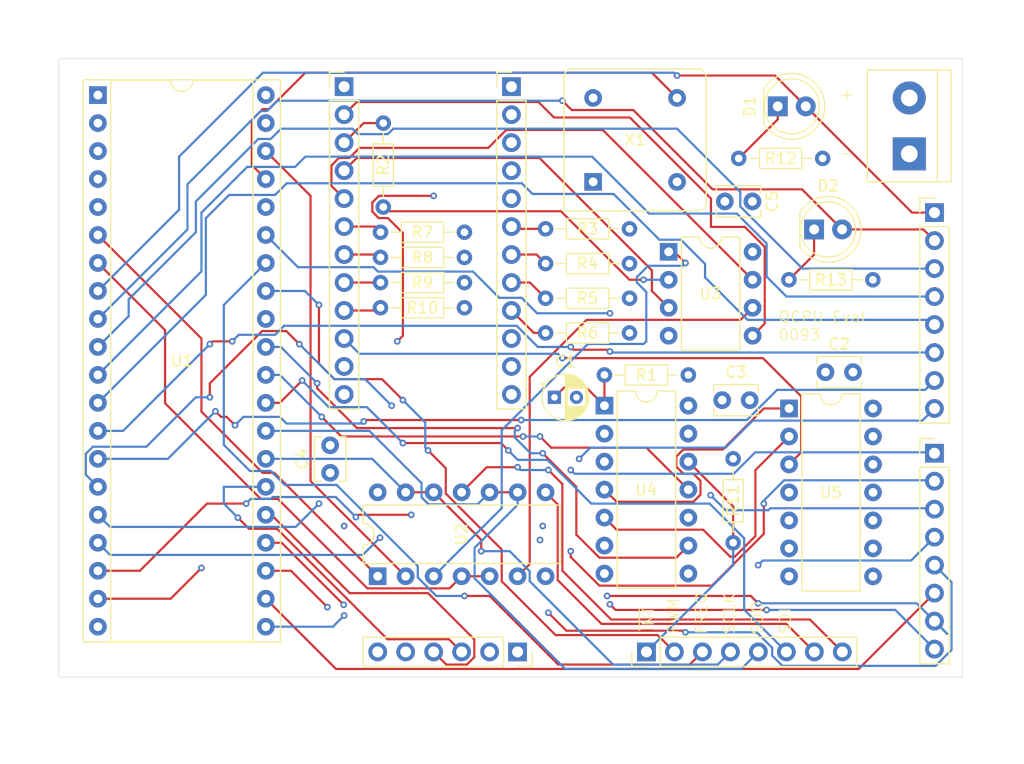
<source format=kicad_pcb>
(kicad_pcb (version 20240108) (generator "pcbnew") (generator_version "8.0")
  (layers (0 "F.Cu" signal) (1 "In1.Cu" signal) (2 "In2.Cu" signal) (31 "B.Cu" signal) (34 "B.Paste" user) (35 "F.Paste" user) (36 "B.SilkS" user "B.Silkscreen") (37 "F.SilkS" user "F.Silkscreen") (38 "B.Mask" user) (39 "F.Mask" user) (44 "Edge.Cuts" user))
  (net 0 "")
  (net 1 "GND")
  (net 2 "Net-(U4A-~{R})")
  (net 3 "+5V")
  (net 4 "+3V3")
  (net 5 "Net-(D1-K)")
  (net 6 "PA0")
  (net 7 "PA1")
  (net 8 "Net-(D2-K)")
  (net 9 "IO0")
  (net 10 "Net-(J1-Pin_6)")
  (net 11 "Net-(J1-Pin_7)")
  (net 12 "Net-(J1-Pin_8)")
  (net 13 "Net-(J1-Pin_3)")
  (net 14 "Net-(J1-Pin_9)")
  (net 15 "Net-(J1-Pin_10)")
  (net 16 "IO2")
  (net 17 "IO3")
  (net 18 "Net-(J2-Pin_2)")
  (net 19 "Net-(J2-Pin_7)")
  (net 20 "Net-(J2-Pin_8)")
  (net 21 "Net-(J2-Pin_6)")
  (net 22 "Net-(J2-Pin_4)")
  (net 23 "Net-(J2-Pin_3)")
  (net 24 "Net-(J2-Pin_9)")
  (net 25 "Net-(J2-Pin_5)")
  (net 26 "PA7")
  (net 27 "PA5")
  (net 28 "PA3")
  (net 29 "PA2")
  (net 30 "PA4")
  (net 31 "PA6")
  (net 32 "PB5")
  (net 33 "PB6")
  (net 34 "PB1")
  (net 35 "PB7")
  (net 36 "PB3")
  (net 37 "PB4")
  (net 38 "PB0")
  (net 39 "PB2")
  (net 42 "RXD")
  (net 43 "TXD")
  (net 45 "PWM")
  (net 46 "FREQ")
  (net 47 "SCLK")
  (net 48 "SDO_3v3")
  (net 49 "SCLK_3v3")
  (net 50 "~{INT}")
  (net 51 "SDO")
  (net 52 "SDI")
  (net 53 "IO1")
  (net 54 "Net-(U1-XCLK)")
  (net 55 "Net-(U1-IO9)")
  (net 57 "Net-(U1-IO10)")
  (net 58 "PAUSE")
  (net 60 "Net-(U1-IO33)")
  (net 61 "Net-(U1-IO37)")
  (net 62 "M1")
  (net 63 "Net-(U1-IO1)")
  (net 64 "Net-(U3-CLK)")
  (net 65 "Net-(U3-~{CS})")
  (net 67 "Net-(U4A-Q)")
  (footprint "Connector_PinHeader_2.54mm:PinHeader_1x08_P2.54mm_Vertical" (layer "F.Cu") (at 167.132 77.978)
    (property "Reference" "J3" (hide yes))
    (property "Value" "Conn_01x08" (hide yes))
  )
  (footprint "Connector_PinHeader_2.54mm:PinHeader_1x08_P2.54mm_Vertical" (layer "F.Cu") (at 140.985 117.856 90)
    (property "Reference" "J6" (hide yes))
    (property "Value" "Conn_01x08" (hide yes))
  )
  (footprint "Capacitor_THT:C_Disc_D3.8mm_W2.6mm_P2.50mm" (layer "F.Cu") (at 148.102 76.962)
    (property "Reference" "C5")
    (property "Value" "100nF")
  )
  (footprint "Resistor_THT:R_Axial_DIN0204_L3.6mm_D1.6mm_P7.62mm_Horizontal" (layer "F.Cu") (at 124.46 84.328 180)
    (property "Reference" "R9")
    (property "Value" "100")
  )
  (footprint "Package_DIP:DIP-8_W7.62mm" (layer "F.Cu") (at 143.002 81.534)
    (property "Reference" "U3")
    (property "Value" "W25Q32JVSS")
  )
  (footprint "Resistor_THT:R_Axial_DIN0204_L3.6mm_D1.6mm_P7.62mm_Horizontal" (layer "F.Cu") (at 153.919 84.074)
    (property "Reference" "R13")
    (property "Value" "1K")
  )
  (footprint "Resistor_THT:R_Axial_DIN0204_L3.6mm_D1.6mm_P7.62mm_Horizontal" (layer "F.Cu") (at 124.46 86.614 180)
    (property "Reference" "R10")
    (property "Value" "100")
  )
  (footprint "TerminalBlock:TerminalBlock_bornier-2_P5.08mm" (layer "F.Cu") (at 164.846 72.644 90)
    (property "Reference" "J7" (hide yes))
    (property "Value" "Screw_Terminal_01x02" (hide yes))
  )
  (footprint "LED_THT:LED_D5.0mm" (layer "F.Cu") (at 152.908 68.326)
    (property "Reference" "D1")
    (property "Value" "LED")
  )
  (footprint "Resistor_THT:R_Axial_DIN0204_L3.6mm_D1.6mm_P7.62mm_Horizontal" (layer "F.Cu") (at 149.36 73.054)
    (property "Reference" "R12")
    (property "Value" "1K")
  )
  (footprint "Capacitor_THT:CP_Radial_D4.0mm_P2.00mm" (layer "F.Cu") (at 132.63 94.747)
    (property "Reference" "C1")
    (property "Value" "1µF")
  )
  (footprint "LED_THT:LED_D5.0mm" (layer "F.Cu") (at 156.205 79.502)
    (property "Reference" "D2")
    (property "Value" "LED")
  )
  (footprint "Connector_PinHeader_2.54mm:PinHeader_1x12_P2.54mm_Vertical" (layer "F.Cu") (at 113.538 66.543)
    (property "Reference" "J1" (hide yes))
    (property "Value" "Conn_01x12" (hide yes))
  )
  (footprint "Resistor_THT:R_Axial_DIN0204_L3.6mm_D1.6mm_P7.62mm_Horizontal" (layer "F.Cu") (at 131.826 82.6)
    (property "Reference" "R4")
    (property "Value" "100")
  )
  (footprint "Resistor_THT:R_Axial_DIN0204_L3.6mm_D1.6mm_P7.62mm_Horizontal" (layer "F.Cu") (at 148.854 107.945 90)
    (property "Reference" "R11")
    (property "Value" "10K")
  )
  (footprint "Capacitor_THT:C_Disc_D3.8mm_W2.6mm_P2.50mm" (layer "F.Cu") (at 112.268 101.6 90)
    (property "Reference" "C4")
    (property "Value" "100nF")
  )
  (footprint "Package_DIP:DIP-14_W7.62mm" (layer "F.Cu") (at 137.17 95.504)
    (property "Reference" "U4")
    (property "Value" "74HC74")
  )
  (footprint "Package_DIP:DIP-14_W7.62mm" (layer "F.Cu") (at 153.934 95.758)
    (property "Reference" "U5")
    (property "Value" "74LS08")
  )
  (footprint "Resistor_THT:R_Axial_DIN0204_L3.6mm_D1.6mm_P7.62mm_Horizontal" (layer "F.Cu") (at 131.826 85.75)
    (property "Reference" "R5")
    (property "Value" "100")
  )
  (footprint "Resistor_THT:R_Axial_DIN0204_L3.6mm_D1.6mm_P7.62mm_Horizontal" (layer "F.Cu") (at 144.79 92.715 180)
    (property "Reference" "R1")
    (property "Value" "10K")
  )
  (footprint "Resistor_THT:R_Axial_DIN0204_L3.6mm_D1.6mm_P7.62mm_Horizontal" (layer "F.Cu") (at 124.46 79.756 180)
    (property "Reference" "R7")
    (property "Value" "100")
  )
  (footprint "Package_DIP:DIP-40_W15.24mm_Socket" (layer "F.Cu") (at 91.186 67.31)
    (property "Reference" "U1")
    (property "Value" "gfmpw1-multi")
  )
  (footprint "Resistor_THT:R_Axial_DIN0204_L3.6mm_D1.6mm_P7.62mm_Horizontal" (layer "F.Cu") (at 131.826 79.45)
    (property "Reference" "R3")
    (property "Value" "100")
  )
  (footprint "Resistor_THT:R_Axial_DIN0204_L3.6mm_D1.6mm_P7.62mm_Horizontal" (layer "F.Cu") (at 131.826 88.9)
    (property "Reference" "R6")
    (property "Value" "100")
  )
  (footprint "Connector_PinHeader_2.54mm:PinHeader_1x08_P2.54mm_Vertical" (layer "F.Cu") (at 167.132 99.822)
    (property "Reference" "J4" (hide yes))
    (property "Value" "Conn_01x08" (hide yes))
  )
  (footprint "Resistor_THT:R_Axial_DIN0204_L3.6mm_D1.6mm_P7.62mm_Horizontal" (layer "F.Cu") (at 117.094 77.47 90)
    (property "Reference" "R2")
    (property "Value" "100")
  )
  (footprint "Package_DIP:DIP-14_W7.62mm" (layer "F.Cu") (at 116.586 110.988 90)
    (property "Reference" "U2")
    (property "Value" "74HC32")
  )
  (footprint "Connector_PinHeader_2.54mm:PinHeader_1x12_P2.54mm_Vertical" (layer "F.Cu") (at 128.7272 66.543)
    (property "Reference" "J2" (hide yes))
    (property "Value" "Conn_01x12" (hide yes))
  )
  (footprint "Resistor_THT:R_Axial_DIN0204_L3.6mm_D1.6mm_P7.62mm_Horizontal" (layer "F.Cu") (at 124.46 82.042 180)
    (property "Reference" "R8")
    (property "Value" "100")
  )
  (footprint "Capacitor_THT:C_Disc_D3.8mm_W2.6mm_P2.50mm" (layer "F.Cu") (at 147.858 95.001)
    (property "Reference" "C3")
    (property "Value" "100nF")
  )
  (footprint "Capacitor_THT:C_Disc_D3.8mm_W2.6mm_P2.50mm" (layer "F.Cu") (at 157.236 92.461)
    (property "Reference" "C2")
    (property "Value" "100nF")
  )
  (footprint "Oscillator:Oscillator_DIP-8" (layer "F.Cu") (at 136.144 75.184)
    (property "Reference" "X1")
    (property "Value" "CXO_DIP8")
  )
  (footprint "Connector_PinSocket_2.54mm:PinSocket_1x06_P2.54mm_Vertical" (layer "F.Cu") (at 129.286 117.856 -90)
    (property "Reference" "J5" (hide yes))
    (property "Value" "Conn_01x06" (hide yes))
  )
  (gr_rect (start 87.63 64.008) (end 169.672 120.142) (stroke (width 0.05)) (fill none) (layer "Edge.Cuts"))
  (gr_text "FREQ" (at 146.558 116.332 90) (layer "F.SilkS") (effects (font (size 1 1) (thickness 0.1)) (justify left bottom)))
  (gr_text "SDI" (at 154.178 116.332 90) (layer "F.SilkS") (effects (font (size 1 1) (thickness 0.1)) (justify left bottom)))
  (gr_text "~{INT}" (at 141.732 116.078 90) (layer "F.SilkS") (effects (font (size 1 1) (thickness 0.1)) (justify left bottom)))
  (gr_text "+" (at 158.496 67.818 0) (layer "F.SilkS") (effects (font (size 1 1) (thickness 0.1)) (justify left bottom)))
  (gr_text "SDO" (at 151.638 116.332 90) (layer "F.SilkS") (effects (font (size 1 1) (thickness 0.1)) (justify left bottom)))
  (gr_text "SCLK" (at 149.098 116.332 90) (layer "F.SilkS") (effects (font (size 1 1) (thickness 0.1)) (justify left bottom)))
  (gr_text "PWM" (at 144.018 116.332 90) (layer "F.SilkS") (effects (font (size 1 1) (thickness 0.1)) (justify left bottom)))
  (gr_text "-" (at 158.496 73.152 0) (layer "F.SilkS") (effects (font (size 1 1) (thickness 0.1)) (justify left bottom)))
  (gr_text "QCPU Eval\n0093" (at 152.908 89.662 0) (layer "F.SilkS") (effects (font (size 1 1) (thickness 0.1)) (justify left bottom)))
  (segment (start 133.53 93.847) (end 135.513 93.847) (width 0.2) (layer "F.Cu") (net 2))
  (segment (start 135.513 93.847) (end 137.17 95.504) (width 0.2) (layer "F.Cu") (net 2))
  (segment (start 137.17 92.715) (end 137.17 95.504) (width 0.2) (layer "F.Cu") (net 2))
  (segment (start 132.63 94.747) (end 133.53 93.847) (width 0.2) (layer "F.Cu") (net 2))
  (segment (start 118.872 79.833786) (end 117.508214 78.47) (width 0.2) (layer "F.Cu") (net 4))
  (segment (start 116.094 77.884214) (end 116.094 77.055786) (width 0.2) (layer "F.Cu") (net 4))
  (segment (start 116.094 77.055786) (end 116.695786 76.454) (width 0.2) (layer "F.Cu") (net 4))
  (segment (start 118.872 89.154) (end 118.872 79.833786) (width 0.2) (layer "F.Cu") (net 4))
  (segment (start 117.508214 78.47) (end 116.679786 78.47) (width 0.2) (layer "F.Cu") (net 4))
  (segment (start 118.364 89.662) (end 118.872 89.154) (width 0.2) (layer "F.Cu") (net 4))
  (segment (start 116.679786 78.47) (end 116.094 77.884214) (width 0.2) (layer "F.Cu") (net 4))
  (segment (start 116.695786 76.454) (end 121.666 76.454) (width 0.2) (layer "F.Cu") (net 4))
  (via (at 118.364 89.662) (size 0.6) (drill 0.3) (layers "F.Cu" "B.Cu") (net 4))
  (via (at 121.666 76.454) (size 0.6) (drill 0.3) (layers "F.Cu" "B.Cu") (net 4))
  (segment (start 152.908 68.326) (end 152.908 69.506) (width 0.2) (layer "F.Cu") (net 5))
  (segment (start 152.908 69.506) (end 149.36 73.054) (width 0.2) (layer "F.Cu") (net 5))
  (segment (start 155.448 68.326) (end 165.1 77.978) (width 0.2) (layer "F.Cu") (net 6))
  (segment (start 155.448 68.326) (end 152.654 65.532) (width 0.2) (layer "F.Cu") (net 6))
  (segment (start 165.1 77.978) (end 167.132 77.978) (width 0.2) (layer "F.Cu") (net 6))
  (segment (start 152.654 65.532) (end 143.764 65.532) (width 0.2) (layer "F.Cu") (net 6))
  (via (at 143.764 65.532) (size 0.6) (drill 0.3) (layers "F.Cu" "B.Cu") (net 6))
  (segment (start 143.764 65.532) (end 143.51 65.278) (width 0.2) (layer "B.Cu") (net 6))
  (segment (start 98.552 77.724) (end 91.186 85.09) (width 0.2) (layer "B.Cu") (net 6))
  (segment (start 98.552 72.898) (end 98.552 77.724) (width 0.2) (layer "B.Cu") (net 6))
  (segment (start 143.51 65.278) (end 106.172 65.278) (width 0.2) (layer "B.Cu") (net 6))
  (segment (start 106.172 65.278) (end 98.552 72.898) (width 0.2) (layer "B.Cu") (net 6))
  (segment (start 158.745 79.502) (end 155.105 75.862) (width 0.2) (layer "F.Cu") (net 7))
  (segment (start 139.784 68.664) (end 134.196 68.664) (width 0.2) (layer "F.Cu") (net 7))
  (segment (start 134.196 68.664) (end 133.35 67.818) (width 0.2) (layer "F.Cu") (net 7))
  (segment (start 158.745 79.502) (end 166.116 79.502) (width 0.2) (layer "F.Cu") (net 7))
  (segment (start 146.982 75.862) (end 139.784 68.664) (width 0.2) (layer "F.Cu") (net 7))
  (segment (start 166.116 79.502) (end 167.132 80.518) (width 0.2) (layer "F.Cu") (net 7))
  (segment (start 155.105 75.862) (end 146.982 75.862) (width 0.2) (layer "F.Cu") (net 7))
  (via (at 133.35 67.818) (size 0.6) (drill 0.3) (layers "F.Cu" "B.Cu") (net 7))
  (segment (start 106.541635 68.75) (end 105.970365 68.75) (width 0.2) (layer "B.Cu") (net 7))
  (segment (start 99.314 75.406365) (end 99.314 79.502) (width 0.2) (layer "B.Cu") (net 7))
  (segment (start 105.970365 68.75) (end 99.314 75.406365) (width 0.2) (layer "B.Cu") (net 7))
  (segment (start 107.473635 67.818) (end 106.541635 68.75) (width 0.2) (layer "B.Cu") (net 7))
  (segment (start 99.314 79.502) (end 91.186 87.63) (width 0.2) (layer "B.Cu") (net 7))
  (segment (start 133.35 67.818) (end 107.473635 67.818) (width 0.2) (layer "B.Cu") (net 7))
  (segment (start 156.205 81.788) (end 153.919 84.074) (width 0.2) (layer "F.Cu") (net 8))
  (segment (start 156.205 79.502) (end 156.205 81.788) (width 0.2) (layer "F.Cu") (net 8))
  (segment (start 146.840843 76.705208) (end 146.840843 79.276843) (width 0.2) (layer "F.Cu") (net 9))
  (segment (start 151.722 81.078365) (end 151.722 88.054) (width 0.2) (layer "F.Cu") (net 9))
  (segment (start 131.179 67.933) (end 132.588 69.342) (width 0.2) (layer "F.Cu") (net 9))
  (segment (start 132.588 69.342) (end 139.477635 69.342) (width 0.2) (layer "F.Cu") (net 9))
  (segment (start 139.477635 69.342) (end 146.840843 76.705208) (width 0.2) (layer "F.Cu") (net 9))
  (segment (start 114.688 67.933) (end 131.179 67.933) (width 0.2) (layer "F.Cu") (net 9))
  (segment (start 149.920478 79.276843) (end 151.722 81.078365) (width 0.2) (layer "F.Cu") (net 9))
  (segment (start 151.722 88.054) (end 150.622 89.154) (width 0.2) (layer "F.Cu") (net 9))
  (segment (start 146.840843 79.276843) (end 149.920478 79.276843) (width 0.2) (layer "F.Cu") (net 9))
  (segment (start 113.538 69.083) (end 114.688 67.933) (width 0.2) (layer "F.Cu") (net 9))
  (segment (start 116.327 79.243) (end 116.84 79.756) (width 0.2) (layer "F.Cu") (net 10))
  (segment (start 113.538 79.243) (end 116.327 79.243) (width 0.2) (layer "F.Cu") (net 10))
  (segment (start 113.538 81.783) (end 116.581 81.783) (width 0.2) (layer "F.Cu") (net 11))
  (segment (start 116.581 81.783) (end 116.84 82.042) (width 0.2) (layer "F.Cu") (net 11))
  (segment (start 116.835 84.323) (end 116.84 84.328) (width 0.2) (layer "F.Cu") (net 12))
  (segment (start 113.538 84.323) (end 116.835 84.323) (width 0.2) (layer "F.Cu") (net 12))
  (segment (start 115.311 69.85) (end 117.094 69.85) (width 0.2) (layer "F.Cu") (net 13))
  (segment (start 113.538 71.623) (end 115.311 69.85) (width 0.2) (layer "F.Cu") (net 13))
  (segment (start 113.538 86.863) (end 116.591 86.863) (width 0.2) (layer "F.Cu") (net 14))
  (segment (start 116.591 86.863) (end 116.84 86.614) (width 0.2) (layer "F.Cu") (net 14))
  (segment (start 155.034 99.738) (end 153.934 100.838) (width 0.2) (layer "F.Cu") (net 15))
  (segment (start 155.034 94.658) (end 155.034 99.738) (width 0.2) (layer "F.Cu") (net 15))
  (segment (start 151.562 91.186) (end 155.034 94.658) (width 0.2) (layer "F.Cu") (net 15))
  (segment (start 133.35 91.186) (end 151.562 91.186) (width 0.2) (layer "F.Cu") (net 15))
  (via (at 133.35 91.186) (size 0.6) (drill 0.3) (layers "F.Cu" "B.Cu") (net 15))
  (segment (start 133.35 91.186) (end 132.957 90.793) (width 0.2) (layer "B.Cu") (net 15))
  (segment (start 132.957 90.793) (end 114.928 90.793) (width 0.2) (layer "B.Cu") (net 15))
  (segment (start 114.928 90.793) (end 113.538 89.403) (width 0.2) (layer "B.Cu") (net 15))
  (segment (start 131.273214 73.013) (end 141.478 83.217786) (width 0.2) (layer "F.Cu") (net 16))
  (segment (start 141.478 85.09) (end 143.002 86.614) (width 0.2) (layer "F.Cu") (net 16))
  (segment (start 141.478 83.217786) (end 141.478 85.09) (width 0.2) (layer "F.Cu") (net 16))
  (segment (start 114.688 73.013) (end 131.273214 73.013) (width 0.2) (layer "F.Cu") (net 16))
  (segment (start 113.538 74.163) (end 114.688 73.013) (width 0.2) (layer "F.Cu") (net 16))
  (segment (start 137.021 70.473) (end 150.622 84.074) (width 0.2) (layer "F.Cu") (net 17))
  (segment (start 128.250854 70.473) (end 137.021 70.473) (width 0.2) (layer "F.Cu") (net 17))
  (segment (start 113.538 76.703) (end 112.388 75.553) (width 0.2) (layer "F.Cu") (net 17))
  (segment (start 114.928 72.099346) (end 126.624508 72.099346) (width 0.2) (layer "F.Cu") (net 17))
  (segment (start 113.061654 73.013) (end 114.014346 73.013) (width 0.2) (layer "F.Cu") (net 17))
  (segment (start 112.388 75.553) (end 112.388 73.686654) (width 0.2) (layer "F.Cu") (net 17))
  (segment (start 114.014346 73.013) (end 114.928 72.099346) (width 0.2) (layer "F.Cu") (net 17))
  (segment (start 112.388 73.686654) (end 113.061654 73.013) (width 0.2) (layer "F.Cu") (net 17))
  (segment (start 126.624508 72.099346) (end 128.250854 70.473) (width 0.2) (layer "F.Cu") (net 17))
  (segment (start 128.7272 81.783) (end 131.009 81.783) (width 0.2) (layer "F.Cu") (net 19))
  (segment (start 131.009 81.783) (end 131.826 82.6) (width 0.2) (layer "F.Cu") (net 19))
  (segment (start 128.7272 84.323) (end 130.399 84.323) (width 0.2) (layer "F.Cu") (net 20))
  (segment (start 130.399 84.323) (end 131.826 85.75) (width 0.2) (layer "F.Cu") (net 20))
  (segment (start 128.9342 79.45) (end 128.7272 79.243) (width 0.2) (layer "F.Cu") (net 21))
  (segment (start 131.826 79.45) (end 128.9342 79.45) (width 0.2) (layer "F.Cu") (net 21))
  (segment (start 128.7272 86.863) (end 130.7642 88.9) (width 0.2) (layer "F.Cu") (net 24))
  (segment (start 130.7642 88.9) (end 131.826 88.9) (width 0.2) (layer "F.Cu") (net 24))
  (segment (start 101.346 93.472) (end 101.346 94.742) (width 0.2) (layer "F.Cu") (net 26))
  (segment (start 106.088 88.73) (end 101.346 93.472) (width 0.2) (layer "F.Cu") (net 26))
  (segment (start 108.288 88.73) (end 106.088 88.73) (width 0.2) (layer "F.Cu") (net 26))
  (segment (start 109.474 89.916) (end 108.288 88.73) (width 0.2) (layer "F.Cu") (net 26))
  (via (at 134.874 100.33) (size 0.6) (drill 0.3) (layers "F.Cu" "B.Cu") (net 26))
  (via (at 117.856 95.504) (size 0.6) (drill 0.3) (layers "F.Cu" "B.Cu") (net 26))
  (via (at 109.474 89.916) (size 0.6) (drill 0.3) (layers "F.Cu" "B.Cu") (net 26))
  (via (at 101.346 94.742) (size 0.6) (drill 0.3) (layers "F.Cu" "B.Cu") (net 26))
  (segment (start 167.132 95.758) (end 166.032 96.858) (width 0.2) (layer "B.Cu") (net 26))
  (segment (start 135.89 99.314) (end 134.874 100.33) (width 0.2) (layer "B.Cu") (net 26))
  (segment (start 95.588 99.23) (end 90.730365 99.23) (width 0.2) (layer "B.Cu") (net 26))
  (segment (start 115.445 93.093) (end 112.651 93.093) (width 0.2) (layer "B.Cu") (net 26))
  (segment (start 117.856 95.504) (end 115.445 93.093) (width 0.2) (layer "B.Cu") (net 26))
  (segment (start 166.032 96.858) (end 150.622321 96.858) (width 0.2) (layer "B.Cu") (net 26))
  (segment (start 100.076 94.742) (end 95.588 99.23) (width 0.2) (layer "B.Cu") (net 26))
  (segment (start 90.086 99.874365) (end 90.086 101.77) (width 0.2) (layer "B.Cu") (net 26))
  (segment (start 150.622321 96.858) (end 148.166321 99.314) (width 0.2) (layer "B.Cu") (net 26))
  (segment (start 101.346 94.742) (end 100.076 94.742) (width 0.2) (layer "B.Cu") (net 26))
  (segment (start 112.651 93.093) (end 109.474 89.916) (width 0.2) (layer "B.Cu") (net 26))
  (segment (start 90.730365 99.23) (end 90.086 99.874365) (width 0.2) (layer "B.Cu") (net 26))
  (segment (start 90.086 101.77) (end 91.186 102.87) (width 0.2) (layer "B.Cu") (net 26))
  (segment (start 148.166321 99.314) (end 135.89 99.314) (width 0.2) (layer "B.Cu") (net 26))
  (segment (start 137.506 90.424) (end 134.366 90.424) (width 0.2) (layer "F.Cu") (net 27))
  (segment (start 103.378 89.662) (end 101.6 89.662) (width 0.2) (layer "F.Cu") (net 27))
  (segment (start 137.668 90.586) (end 137.506 90.424) (width 0.2) (layer "F.Cu") (net 27))
  (segment (start 101.6 89.662) (end 101.346 89.916) (width 0.2) (layer "F.Cu") (net 27))
  (segment (start 134.366 90.424) (end 134.112 90.17) (width 0.2) (layer "F.Cu") (net 27))
  (via (at 134.112 90.17) (size 0.6) (drill 0.3) (layers "F.Cu" "B.Cu") (net 27))
  (via (at 137.668 90.586) (size 0.6) (drill 0.3) (layers "F.Cu" "B.Cu") (net 27))
  (via (at 103.378 89.662) (size 0.6) (drill 0.3) (layers "F.Cu" "B.Cu") (net 27))
  (via (at 101.346 89.916) (size 0.6) (drill 0.3) (layers "F.Cu" "B.Cu") (net 27))
  (segment (start 131.120546 90.17) (end 129.203546 88.253) (width 0.2) (layer "B.Cu") (net 27))
  (segment (start 134.112 90.17) (end 131.120546 90.17) (width 0.2) (layer "B.Cu") (net 27))
  (segment (start 129.203546 88.253) (end 108.089 88.253) (width 0.2) (layer "B.Cu") (net 27))
  (segment (start 93.472 97.79) (end 91.186 97.79) (width 0.2) (layer "B.Cu") (net 27))
  (segment (start 101.346 89.916) (end 93.472 97.79) (width 0.2) (layer "B.Cu") (net 27))
  (segment (start 107.272 89.07) (end 103.97 89.07) (width 0.2) (layer "B.Cu") (net 27))
  (segment (start 167.132 90.678) (end 137.76 90.678) (width 0.2) (layer "B.Cu") (net 27))
  (segment (start 108.089 88.253) (end 107.272 89.07) (width 0.2) (layer "B.Cu") (net 27))
  (segment (start 137.76 90.678) (end 137.668 90.586) (width 0.2) (layer "B.Cu") (net 27))
  (segment (start 103.97 89.07) (end 103.378 89.662) (width 0.2) (layer "B.Cu") (net 27))
  (segment (start 149.182 78.062) (end 141.222 78.062) (width 0.2) (layer "B.Cu") (net 28))
  (segment (start 109.081635 73.83) (end 104.732 73.83) (width 0.2) (layer "B.Cu") (net 28))
  (segment (start 141.222 78.062) (end 136.058 72.898) (width 0.2) (layer "B.Cu") (net 28))
  (segment (start 151.892 83.788365) (end 151.892 80.772) (width 0.2) (layer "B.Cu") (net 28))
  (segment (start 136.058 72.898) (end 110.013635 72.898) (width 0.2) (layer "B.Cu") (net 28))
  (segment (start 153.701635 85.598) (end 151.892 83.788365) (width 0.2) (layer "B.Cu") (net 28))
  (segment (start 110.013635 72.898) (end 109.081635 73.83) (width 0.2) (layer "B.Cu") (net 28))
  (segment (start 167.132 85.598) (end 153.701635 85.598) (width 0.2) (layer "B.Cu") (net 28))
  (segment (start 100.584 83.312) (end 91.186 92.71) (width 0.2) (layer "B.Cu") (net 28))
  (segment (start 100.584 77.978) (end 100.584 83.312) (width 0.2) (layer "B.Cu") (net 28))
  (segment (start 151.892 80.772) (end 149.182 78.062) (width 0.2) (layer "B.Cu") (net 28))
  (segment (start 104.732 73.83) (end 100.584 77.978) (width 0.2) (layer "B.Cu") (net 28))
  (segment (start 107.813635 70.358) (end 106.881635 71.29) (width 0.2) (layer "B.Cu") (net 29))
  (segment (start 93.98 87.376) (end 91.186 90.17) (width 0.2) (layer "B.Cu") (net 29))
  (segment (start 100.076 79.756) (end 93.98 85.852) (width 0.2) (layer "B.Cu") (net 29))
  (segment (start 155.142365 83.058) (end 149.502 77.417635) (width 0.2) (layer "B.Cu") (net 29))
  (segment (start 167.132 83.058) (end 155.142365 83.058) (width 0.2) (layer "B.Cu") (net 29))
  (segment (start 117.508214 70.85) (end 114.792 70.85) (width 0.2) (layer "B.Cu") (net 29))
  (segment (start 149.502 76.096) (end 143.764 70.358) (width 0.2) (layer "B.Cu") (net 29))
  (segment (start 143.764 70.358) (end 118.000214 70.358) (width 0.2) (layer "B.Cu") (net 29))
  (segment (start 100.076 76.962) (end 100.076 79.756) (width 0.2) (layer "B.Cu") (net 29))
  (segment (start 106.881635 71.29) (end 105.748 71.29) (width 0.2) (layer "B.Cu") (net 29))
  (segment (start 118.000214 70.358) (end 117.508214 70.85) (width 0.2) (layer "B.Cu") (net 29))
  (segment (start 149.502 77.417635) (end 149.502 76.096) (width 0.2) (layer "B.Cu") (net 29))
  (segment (start 114.3 70.358) (end 107.813635 70.358) (width 0.2) (layer "B.Cu") (net 29))
  (segment (start 105.748 71.29) (end 100.076 76.962) (width 0.2) (layer "B.Cu") (net 29))
  (segment (start 114.792 70.85) (end 114.3 70.358) (width 0.2) (layer "B.Cu") (net 29))
  (segment (start 93.98 85.852) (end 93.98 87.376) (width 0.2) (layer "B.Cu") (net 29))
  (segment (start 150.166365 87.714) (end 146.304 83.851635) (width 0.2) (layer "B.Cu") (net 30))
  (segment (start 146.304 83.851635) (end 146.304 82.636) (width 0.2) (layer "B.Cu") (net 30))
  (segment (start 142.156 80.434) (end 138.006 76.284) (width 0.2) (layer "B.Cu") (net 30))
  (segment (start 103.1 76.37) (end 100.984 78.486) (width 0.2) (layer "B.Cu") (net 30))
  (segment (start 107.272 76.37) (end 103.1 76.37) (width 0.2) (layer "B.Cu") (net 30))
  (segment (start 100.984 85.452) (end 91.186 95.25) (width 0.2) (layer "B.Cu") (net 30))
  (segment (start 144.102 80.434) (end 142.156 80.434) (width 0.2) (layer "B.Cu") (net 30))
  (segment (start 129.669 75.313) (end 108.329 75.313) (width 0.2) (layer "B.Cu") (net 30))
  (segment (start 130.64 76.284) (end 129.669 75.313) (width 0.2) (layer "B.Cu") (net 30))
  (segment (start 108.329 75.313) (end 107.272 76.37) (width 0.2) (layer "B.Cu") (net 30))
  (segment (start 138.006 76.284) (end 130.64 76.284) (width 0.2) (layer "B.Cu") (net 30))
  (segment (start 146.304 82.636) (end 144.102 80.434) (width 0.2) (layer "B.Cu") (net 30))
  (segment (start 166.708 87.714) (end 150.166365 87.714) (width 0.2) (layer "B.Cu") (net 30))
  (segment (start 100.984 78.486) (end 100.984 85.452) (width 0.2) (layer "B.Cu") (net 30))
  (segment (start 167.132 88.138) (end 166.708 87.714) (width 0.2) (layer "B.Cu") (net 30))
  (segment (start 103.632 97.282) (end 102.87 96.52) (width 0.2) (layer "F.Cu") (net 31))
  (segment (start 115.44405 96.80795) (end 115.316 96.936) (width 0.2) (layer "F.Cu") (net 31))
  (segment (start 129.61758 96.80795) (end 115.44405 96.80795) (width 0.2) (layer "F.Cu") (net 31))
  (segment (start 102.362 96.52) (end 101.854 96.012) (width 0.2) (layer "F.Cu") (net 31))
  (segment (start 102.87 96.52) (end 102.362 96.52) (width 0.2) (layer "F.Cu") (net 31))
  (via (at 103.632 97.282) (size 0.6) (drill 0.3) (layers "F.Cu" "B.Cu") (net 31))
  (via (at 129.61758 96.80795) (size 0.6) (drill 0.3) (layers "F.Cu" "B.Cu") (net 31))
  (via (at 115.316 96.936) (size 0.6) (drill 0.3) (layers "F.Cu" "B.Cu") (net 31))
  (via (at 101.854 96.012) (size 0.6) (drill 0.3) (layers "F.Cu" "B.Cu") (net 31))
  (segment (start 115.316 96.936) (end 115.132 97.12) (width 0.2) (layer "B.Cu") (net 31))
  (segment (start 107.696 96.52) (end 104.394 96.52) (width 0.2) (layer "B.Cu") (net 31))
  (segment (start 152.846635 94.068) (end 150.106685 96.80795) (width 0.2) (layer "B.Cu") (net 31))
  (segment (start 167.132 93.218) (end 166.282 94.068) (width 0.2) (layer "B.Cu") (net 31))
  (segment (start 115.132 97.12) (end 108.296 97.12) (width 0.2) (layer "B.Cu") (net 31))
  (segment (start 104.394 96.52) (end 103.632 97.282) (width 0.2) (layer "B.Cu") (net 31))
  (segment (start 108.296 97.12) (end 107.696 96.52) (width 0.2) (layer "B.Cu") (net 31))
  (segment (start 97.536 100.33) (end 91.186 100.33) (width 0.2) (layer "B.Cu") (net 31))
  (segment (start 101.854 96.012) (end 97.536 100.33) (width 0.2) (layer "B.Cu") (net 31))
  (segment (start 166.282 94.068) (end 152.846635 94.068) (width 0.2) (layer "B.Cu") (net 31))
  (segment (start 150.106685 96.80795) (end 129.61758 96.80795) (width 0.2) (layer "B.Cu") (net 31))
  (segment (start 106.426 113.03) (end 112.802 119.406) (width 0.2) (layer "F.Cu") (net 32))
  (segment (start 112.802 119.406) (end 160.248 119.406) (width 0.2) (layer "F.Cu") (net 32))
  (segment (start 160.248 119.406) (end 167.132 112.522) (width 0.2) (layer "F.Cu") (net 32))
  (segment (start 150.46 112.776) (end 137.414 112.776) (width 0.2) (layer "F.Cu") (net 33))
  (segment (start 108.712 110.49) (end 106.426 110.49) (width 0.2) (layer "F.Cu") (net 33))
  (segment (start 112.014 113.792) (end 108.712 110.49) (width 0.2) (layer "F.Cu") (net 33))
  (segment (start 151.13 113.446) (end 150.46 112.776) (width 0.2) (layer "F.Cu") (net 33))
  (via (at 112.014 113.792) (size 0.6) (drill 0.3) (layers "F.Cu" "B.Cu") (net 33))
  (via (at 137.414 112.776) (size 0.6) (drill 0.3) (layers "F.Cu" "B.Cu") (net 33))
  (via (at 151.13 113.446) (size 0.6) (drill 0.3) (layers "F.Cu" "B.Cu") (net 33))
  (segment (start 168.282 116.212) (end 165.516 113.446) (width 0.2) (layer "B.Cu") (net 33))
  (segment (start 165.516 113.446) (end 151.13 113.446) (width 0.2) (layer "B.Cu") (net 33))
  (segment (start 167.132 115.062) (end 168.282 116.212) (width 0.2) (layer "B.Cu") (net 33))
  (segment (start 151.638 104.394) (end 151.638 107.1409) (width 0.2) (layer "F.Cu") (net 34))
  (segment (start 151.638 107.1409) (end 146.9349 111.844) (width 0.2) (layer "F.Cu") (net 34))
  (segment (start 146.9349 111.844) (end 136.714365 111.844) (width 0.2) (layer "F.Cu") (net 34))
  (segment (start 134.112 109.241635) (end 134.112 108.712) (width 0.2) (layer "F.Cu") (net 34))
  (segment (start 136.714365 111.844) (end 134.112 109.241635) (width 0.2) (layer "F.Cu") (net 34))
  (via (at 151.638 104.394) (size 0.6) (drill 0.3) (layers "F.Cu" "B.Cu") (net 34))
  (via (at 134.112 108.712) (size 0.6) (drill 0.3) (layers "F.Cu" "B.Cu") (net 34))
  (via (at 116.796735 107.485265) (size 0.6) (drill 0.3) (layers "F.Cu" "B.Cu") (net 34))
  (segment (start 92.286 109.05) (end 91.186 107.95) (width 0.2) (layer "B.Cu") (net 34))
  (segment (start 151.638 104.118365) (end 151.638 104.394) (width 0.2) (layer "B.Cu") (net 34))
  (segment (start 116.796735 107.485265) (end 115.232 109.05) (width 0.2) (layer "B.Cu") (net 34))
  (segment (start 167.048 102.278) (end 153.478365 102.278) (width 0.2) (layer "B.Cu") (net 34))
  (segment (start 167.132 102.362) (end 167.048 102.278) (width 0.2) (layer "B.Cu") (net 34))
  (segment (start 153.478365 102.278) (end 151.638 104.118365) (width 0.2) (layer "B.Cu") (net 34))
  (segment (start 115.232 109.05) (end 92.286 109.05) (width 0.2) (layer "B.Cu") (net 34))
  (segment (start 107.86347 107.95) (end 106.426 107.95) (width 0.2) (layer "F.Cu") (net 35))
  (segment (start 113.494735 113.581265) (end 107.86347 107.95) (width 0.2) (layer "F.Cu") (net 35))
  (segment (start 151.892 114.046) (end 138.176 114.046) (width 0.2) (layer "F.Cu") (net 35))
  (segment (start 138.176 114.046) (end 137.668 113.538) (width 0.2) (layer "F.Cu") (net 35))
  (via (at 113.494735 113.581265) (size 0.6) (drill 0.3) (layers "F.Cu" "B.Cu") (net 35))
  (via (at 151.892 114.046) (size 0.6) (drill 0.3) (layers "F.Cu" "B.Cu") (net 35))
  (via (at 137.668 113.538) (size 0.6) (drill 0.3) (layers "F.Cu" "B.Cu") (net 35))
  (segment (start 167.132 117.602) (end 163.576 114.046) (width 0.2) (layer "B.Cu") (net 35))
  (segment (start 163.576 114.046) (end 151.892 114.046) (width 0.2) (layer "B.Cu") (net 35))
  (segment (start 100.584 110.236) (end 97.79 113.03) (width 0.2) (layer "F.Cu") (net 36))
  (segment (start 97.79 113.03) (end 91.186 113.03) (width 0.2) (layer "F.Cu") (net 36))
  (via (at 131.318 107.696) (size 0.6) (drill 0.3) (layers "F.Cu" "B.Cu") (net 36))
  (via (at 100.584 110.236) (size 0.6) (drill 0.3) (layers "F.Cu" "B.Cu") (net 36))
  (via (at 151.13 109.982) (size 0.6) (drill 0.3) (layers "F.Cu" "B.Cu") (net 36))
  (via (at 113.538 106.426) (size 0.6) (drill 0.3) (layers "F.Cu" "B.Cu") (net 36))
  (segment (start 165.016 109.558) (end 151.554 109.558) (width 0.2) (layer "B.Cu") (net 36))
  (segment (start 151.554 109.558) (end 151.13 109.982) (width 0.2) (layer "B.Cu") (net 36))
  (segment (start 167.132 107.442) (end 165.016 109.558) (width 0.2) (layer "B.Cu") (net 36))
  (segment (start 133.712 115.932) (end 132.08 114.3) (width 0.2) (layer "F.Cu") (net 37))
  (segment (start 144.526 116.078) (end 144.38 115.932) (width 0.2) (layer "F.Cu") (net 37))
  (segment (start 144.38 115.932) (end 133.712 115.932) (width 0.2) (layer "F.Cu") (net 37))
  (via (at 132.08 114.3) (size 0.6) (drill 0.3) (layers "F.Cu" "B.Cu") (net 37))
  (via (at 144.526 116.078) (size 0.6) (drill 0.3) (layers "F.Cu" "B.Cu") (net 37))
  (via (at 113.538 114.554) (size 0.6) (drill 0.3) (layers "F.Cu" "B.Cu") (net 37))
  (segment (start 168.682 111.532) (end 168.682 117.678346) (width 0.2) (layer "B.Cu") (net 37))
  (segment (start 150.993346 116.078) (end 144.526 116.078) (width 0.2) (layer "B.Cu") (net 37))
  (segment (start 167.132 109.982) (end 168.682 111.532) (width 0.2) (layer "B.Cu") (net 37))
  (segment (start 152.4 117.484654) (end 150.993346 116.078) (width 0.2) (layer "B.Cu") (net 37))
  (segment (start 112.522 115.57) (end 106.426 115.57) (width 0.2) (layer "B.Cu") (net 37))
  (segment (start 168.682 117.678346) (end 167.234346 119.126) (width 0.2) (layer "B.Cu") (net 37))
  (segment (start 113.538 114.554) (end 112.522 115.57) (width 0.2) (layer "B.Cu") (net 37))
  (segment (start 152.4 118.197346) (end 152.4 117.484654) (width 0.2) (layer "B.Cu") (net 37))
  (segment (start 167.234346 119.126) (end 153.328654 119.126) (width 0.2) (layer "B.Cu") (net 37))
  (segment (start 153.328654 119.126) (end 152.4 118.197346) (width 0.2) (layer "B.Cu") (net 37))
  (via (at 111.252 104.394) (size 0.6) (drill 0.3) (layers "F.Cu" "B.Cu") (net 38))
  (via (at 134.112 101.346) (size 0.6) (drill 0.3) (layers "F.Cu" "B.Cu") (net 38))
  (segment (start 167.048 99.738) (end 150.855214 99.738) (width 0.2) (layer "B.Cu") (net 38))
  (segment (start 111.252 104.394) (end 109.136 106.51) (width 0.2) (layer "B.Cu") (net 38))
  (segment (start 92.286 106.51) (end 91.186 105.41) (width 0.2) (layer "B.Cu") (net 38))
  (segment (start 150.855214 99.738) (end 148.909214 101.684) (width 0.2) (layer "B.Cu") (net 38))
  (segment (start 148.909214 101.684) (end 134.45 101.684) (width 0.2) (layer "B.Cu") (net 38))
  (segment (start 109.136 106.51) (end 92.286 106.51) (width 0.2) (layer "B.Cu") (net 38))
  (segment (start 167.132 99.822) (end 167.048 99.738) (width 0.2) (layer "B.Cu") (net 38))
  (segment (start 134.45 101.684) (end 134.112 101.346) (width 0.2) (layer "B.Cu") (net 38))
  (segment (start 101.092 104.394) (end 94.996 110.49) (width 0.2) (layer "F.Cu") (net 39))
  (segment (start 114.808 105.41) (end 114.602265 105.615735) (width 0.2) (layer "F.Cu") (net 39))
  (segment (start 119.634 105.41) (end 114.808 105.41) (width 0.2) (layer "F.Cu") (net 39))
  (segment (start 94.996 110.49) (end 91.186 110.49) (width 0.2) (layer "F.Cu") (net 39))
  (segment (start 104.648 104.394) (end 101.092 104.394) (width 0.2) (layer "F.Cu") (net 39))
  (via (at 119.634 105.41) (size 0.6) (drill 0.3) (layers "F.Cu" "B.Cu") (net 39))
  (via (at 104.648 104.394) (size 0.6) (drill 0.3) (layers "F.Cu" "B.Cu") (net 39))
  (via (at 146.812 103.632) (size 0.6) (drill 0.3) (layers "F.Cu" "B.Cu") (net 39))
  (via (at 131.572 106.426) (size 0.6) (drill 0.3) (layers "F.Cu" "B.Cu") (net 39))
  (via (at 114.602265 105.615735) (size 0.6) (drill 0.3) (layers "F.Cu" "B.Cu") (net 39))
  (segment (start 107.057635 103.794) (end 106.881635 103.97) (width 0.2) (layer "B.Cu") (net 39))
  (segment (start 167.132 104.902) (end 167.048 104.818) (width 0.2) (layer "B.Cu") (net 39))
  (segment (start 112.78053 103.794) (end 107.057635 103.794) (width 0.2) (layer "B.Cu") (net 39))
  (segment (start 167.048 104.818) (end 152.23 104.818) (width 0.2) (layer "B.Cu") (net 39))
  (segment (start 152.054 104.994) (end 148.174 104.994) (width 0.2) (layer "B.Cu") (net 39))
  (segment (start 152.23 104.818) (end 152.054 104.994) (width 0.2) (layer "B.Cu") (net 39))
  (segment (start 114.602265 105.615735) (end 112.78053 103.794) (width 0.2) (layer "B.Cu") (net 39))
  (segment (start 105.072 103.97) (end 104.648 104.394) (width 0.2) (layer "B.Cu") (net 39))
  (segment (start 106.881635 103.97) (end 105.072 103.97) (width 0.2) (layer "B.Cu") (net 39))
  (segment (start 148.174 104.994) (end 146.812 103.632) (width 0.2) (layer "B.Cu") (net 39))
  (segment (start 117.468 116.706) (end 107.442 106.68) (width 0.2) (layer "F.Cu") (net 42))
  (segment (start 124.206 117.856) (end 123.056 116.706) (width 0.2) (layer "F.Cu") (net 42))
  (segment (start 107.442 106.68) (end 104.902 106.68) (width 0.2) (layer "F.Cu") (net 42))
  (segment (start 123.056 116.706) (end 117.468 116.706) (width 0.2) (layer "F.Cu") (net 42))
  (segment (start 104.902 106.68) (end 103.886 105.664) (width 0.2) (layer "F.Cu") (net 42))
  (via (at 103.886 105.664) (size 0.6) (drill 0.3) (layers "F.Cu" "B.Cu") (net 42))
  (segment (start 102.616 104.394) (end 102.616 102.87) (width 0.2) (layer "B.Cu") (net 42))
  (segment (start 103.886 105.664) (end 102.616 104.394) (width 0.2) (layer "B.Cu") (net 42))
  (segment (start 102.616 102.87) (end 106.426 102.87) (width 0.2) (layer "B.Cu") (net 42))
  (segment (start 121.158 112.522) (end 114.046 112.522) (width 0.2) (layer "F.Cu") (net 43))
  (segment (start 125.356 116.72) (end 121.158 112.522) (width 0.2) (layer "F.Cu") (net 43))
  (segment (start 124.682346 119.006) (end 125.356 118.332346) (width 0.2) (layer "F.Cu") (net 43))
  (segment (start 114.046 112.522) (end 106.934 105.41) (width 0.2) (layer "F.Cu") (net 43))
  (segment (start 122.816 119.006) (end 124.682346 119.006) (width 0.2) (layer "F.Cu") (net 43))
  (segment (start 106.934 105.41) (end 106.426 105.41) (width 0.2) (layer "F.Cu") (net 43))
  (segment (start 121.666 117.856) (end 122.816 119.006) (width 0.2) (layer "F.Cu") (net 43))
  (segment (start 125.356 118.332346) (end 125.356 116.72) (width 0.2) (layer "F.Cu") (net 43))
  (segment (start 132.734365 116.332) (end 127.846 111.443635) (width 0.2) (layer "F.Cu") (net 45))
  (segment (start 127.846 111.443635) (end 127.846 108.563635) (width 0.2) (layer "F.Cu") (net 45))
  (segment (start 143.525 117.856) (end 142.001 116.332) (width 0.2) (layer "F.Cu") (net 45))
  (segment (start 127.846 108.563635) (end 122.766 103.483635) (width 0.2) (layer "F.Cu") (net 45))
  (segment (start 122.766 101.176) (end 121.158 99.568) (width 0.2) (layer "F.Cu") (net 45))
  (segment (start 122.766 103.483635) (end 122.766 101.176) (width 0.2) (layer "F.Cu") (net 45))
  (segment (start 112.651 93.093) (end 111.252 91.694) (width 0.2) (layer "F.Cu") (net 45))
  (segment (start 111.252 91.694) (end 111.252 86.36) (width 0.2) (layer "F.Cu") (net 45))
  (segment (start 118.872 94.996) (end 116.969 93.093) (width 0.2) (layer "F.Cu") (net 45))
  (segment (start 116.969 93.093) (end 112.651 93.093) (width 0.2) (layer "F.Cu") (net 45))
  (segment (start 142.001 116.332) (end 132.734365 116.332) (width 0.2) (layer "F.Cu") (net 45))
  (via (at 118.872 94.996) (size 0.6) (drill 0.3) (layers "F.Cu" "B.Cu") (net 45))
  (via (at 121.158 99.568) (size 0.6) (drill 0.3) (layers "F.Cu" "B.Cu") (net 45))
  (via (at 111.252 86.36) (size 0.6) (drill 0.3) (layers "F.Cu" "B.Cu") (net 45))
  (segment (start 111.252 86.36) (end 109.982 85.09) (width 0.2) (layer "B.Cu") (net 45))
  (segment (start 109.982 85.09) (end 106.426 85.09) (width 0.2) (layer "B.Cu") (net 45))
  (segment (start 120.904 99.314) (end 120.904 97.028) (width 0.2) (layer "B.Cu") (net 45))
  (segment (start 120.904 97.028) (end 118.872 94.996) (width 0.2) (layer "B.Cu") (net 45))
  (segment (start 121.158 99.568) (end 120.904 99.314) (width 0.2) (layer "B.Cu") (net 45))
  (segment (start 126.746 112.776) (end 124.46 112.776) (width 0.2) (layer "F.Cu") (net 46))
  (segment (start 132.976 119.006) (end 126.746 112.776) (width 0.2) (layer "F.Cu") (net 46))
  (segment (start 144.915 119.006) (end 132.976 119.006) (width 0.2) (layer "F.Cu") (net 46))
  (segment (start 146.065 117.856) (end 144.915 119.006) (width 0.2) (layer "F.Cu") (net 46))
  (via (at 124.46 112.776) (size 0.6) (drill 0.3) (layers "F.Cu" "B.Cu") (net 46))
  (segment (start 108.151635 102.7) (end 106.881635 101.43) (width 0.2) (layer "B.Cu") (net 46))
  (segment (start 106.881635 101.43) (end 104.986 101.43) (width 0.2) (layer "B.Cu") (net 46))
  (segment (start 120.226 111.103635) (end 120.226 110.066) (width 0.2) (layer "B.Cu") (net 46))
  (segment (start 124.46 112.776) (end 121.898365 112.776) (width 0.2) (layer "B.Cu") (net 46))
  (segment (start 104.986 101.43) (end 102.616 99.06) (width 0.2) (layer "B.Cu") (net 46))
  (segment (start 112.86 102.7) (end 108.151635 102.7) (width 0.2) (layer "B.Cu") (net 46))
  (segment (start 102.616 99.06) (end 102.616 86.36) (width 0.2) (layer "B.Cu") (net 46))
  (segment (start 121.898365 112.776) (end 120.226 111.103635) (width 0.2) (layer "B.Cu") (net 46))
  (segment (start 102.616 86.36) (end 106.426 82.55) (width 0.2) (layer "B.Cu") (net 46))
  (segment (start 120.226 110.066) (end 112.86 102.7) (width 0.2) (layer "B.Cu") (net 46))
  (segment (start 125.984 108.712) (end 125.984 107.686) (width 0.2) (layer "F.Cu") (net 47))
  (segment (start 119.126 103.368) (end 121.666 103.368) (width 0.2) (layer "F.Cu") (net 47))
  (segment (start 125.984 107.686) (end 121.666 103.368) (width 0.2) (layer "F.Cu") (net 47))
  (via (at 125.984 108.712) (size 0.6) (drill 0.3) (layers "F.Cu" "B.Cu") (net 47))
  (segment (start 148.605 117.856) (end 147.455 119.006) (width 0.2) (layer "B.Cu") (net 47))
  (segment (start 130.386 110.532365) (end 128.565635 108.712) (width 0.2) (layer "B.Cu") (net 47))
  (segment (start 130.386 111.443635) (end 130.386 110.532365) (width 0.2) (layer "B.Cu") (net 47))
  (segment (start 147.455 119.006) (end 137.948365 119.006) (width 0.2) (layer "B.Cu") (net 47))
  (segment (start 119.126 103.368) (end 116.088 100.33) (width 0.2) (layer "B.Cu") (net 47))
  (segment (start 116.088 100.33) (end 106.426 100.33) (width 0.2) (layer "B.Cu") (net 47))
  (segment (start 137.948365 119.006) (end 130.386 111.443635) (width 0.2) (layer "B.Cu") (net 47))
  (segment (start 128.565635 108.712) (end 125.984 108.712) (width 0.2) (layer "B.Cu") (net 47))
  (segment (start 153.685 115.316) (end 156.225 117.856) (width 0.2) (layer "F.Cu") (net 48))
  (segment (start 132.926 104.468) (end 132.926 111.336) (width 0.2) (layer "F.Cu") (net 48))
  (segment (start 136.906 115.316) (end 153.685 115.316) (width 0.2) (layer "F.Cu") (net 48))
  (segment (start 132.926 111.336) (end 136.906 115.316) (width 0.2) (layer "F.Cu") (net 48))
  (segment (start 131.826 103.368) (end 132.926 104.468) (width 0.2) (layer "F.Cu") (net 48))
  (segment (start 158.765 117.856) (end 155.825 114.916) (width 0.2) (layer "F.Cu") (net 49))
  (segment (start 133.35 110.49) (end 133.35 102.616) (width 0.2) (layer "F.Cu") (net 49))
  (segment (start 129.286 101.092) (end 126.482 101.092) (width 0.2) (layer "F.Cu") (net 49))
  (segment (start 133.35 102.616) (end 132.08 101.346) (width 0.2) (layer "F.Cu") (net 49))
  (segment (start 137.776 114.916) (end 133.35 110.49) (width 0.2) (layer "F.Cu") (net 49))
  (segment (start 155.825 114.916) (end 145.034 114.916) (width 0.2) (layer "F.Cu") (net 49))
  (segment (start 145.034 114.916) (end 137.776 114.916) (width 0.2) (layer "F.Cu") (net 49))
  (segment (start 126.482 101.092) (end 124.206 103.368) (width 0.2) (layer "F.Cu") (net 49))
  (via (at 132.08 101.346) (size 0.6) (drill 0.3) (layers "F.Cu" "B.Cu") (net 49))
  (via (at 129.286 101.092) (size 0.6) (drill 0.3) (layers "F.Cu" "B.Cu") (net 49))
  (segment (start 129.54 101.346) (end 129.286 101.092) (width 0.2) (layer "B.Cu") (net 49))
  (segment (start 132.08 101.346) (end 129.54 101.346) (width 0.2) (layer "B.Cu") (net 49))
  (segment (start 144.79 100.584) (end 148.854 104.648) (width 0.2) (layer "F.Cu") (net 50))
  (segment (start 148.854 104.648) (end 148.854 107.945) (width 0.2) (layer "F.Cu") (net 50))
  (segment (start 148.854 107.945) (end 148.854 109.987) (width 0.2) (layer "B.Cu") (net 50))
  (segment (start 148.854 109.987) (end 140.985 117.856) (width 0.2) (layer "B.Cu") (net 50))
  (segment (start 126.746 103.368) (end 129.286 103.368) (width 0.2) (layer "F.Cu") (net 51))
  (segment (start 149.595 119.406) (end 133.608365 119.406) (width 0.2) (layer "B.Cu") (net 51))
  (segment (start 121.210365 104.468) (end 120.566 103.823635) (width 0.2) (layer "B.Cu") (net 51))
  (segment (start 133.608365 119.406) (end 125.384 111.181635) (width 0.2) (layer "B.Cu") (net 51))
  (segment (start 115.824 97.79) (end 106.426 97.79) (width 0.2) (layer "B.Cu") (net 51))
  (segment (start 129.286 104.49937) (end 129.286 103.368) (width 0.2) (layer "B.Cu") (net 51))
  (segment (start 125.384 111.181635) (end 125.384 108.40137) (width 0.2) (layer "B.Cu") (net 51))
  (segment (start 120.566 102.532) (end 115.824 97.79) (width 0.2) (layer "B.Cu") (net 51))
  (segment (start 120.566 103.823635) (end 120.566 102.532) (width 0.2) (layer "B.Cu") (net 51))
  (segment (start 125.646 104.468) (end 121.210365 104.468) (width 0.2) (layer "B.Cu") (net 51))
  (segment (start 151.145 117.856) (end 149.595 119.406) (width 0.2) (layer "B.Cu") (net 51))
  (segment (start 125.384 108.40137) (end 129.286 104.49937) (width 0.2) (layer "B.Cu") (net 51))
  (segment (start 126.746 103.368) (end 125.646 104.468) (width 0.2) (layer "B.Cu") (net 51))
  (segment (start 107.696 95.25) (end 106.426 95.25) (width 0.2) (layer "F.Cu") (net 52))
  (segment (start 127.776 98.898) (end 118.872 98.898) (width 0.2) (layer "F.Cu") (net 52))
  (segment (start 109.728 93.218) (end 107.696 95.25) (width 0.2) (layer "F.Cu") (net 52))
  (segment (start 128.446 99.568) (end 127.776 98.898) (width 0.2) (layer "F.Cu") (net 52))
  (via (at 128.446 99.568) (size 0.6) (drill 0.3) (layers "F.Cu" "B.Cu") (net 52))
  (via (at 109.728 93.218) (size 0.6) (drill 0.3) (layers "F.Cu" "B.Cu") (net 52))
  (via (at 118.872 98.898) (size 0.6) (drill 0.3) (layers "F.Cu" "B.Cu") (net 52))
  (segment (start 149.854 114.025) (end 149.854 107.530786) (width 0.2) (layer "B.Cu") (net 52))
  (segment (start 112.143 95.633) (end 109.728 93.218) (width 0.2) (layer "B.Cu") (net 52))
  (segment (start 118.872 98.898) (end 115.607 95.633) (width 0.2) (layer "B.Cu") (net 52))
  (segment (start 115.607 95.633) (end 112.143 95.633) (width 0.2) (layer "B.Cu") (net 52))
  (segment (start 129.3 100.422) (end 128.446 99.568) (width 0.2) (layer "B.Cu") (net 52))
  (segment (start 132.004529 100.422) (end 129.3 100.422) (width 0.2) (layer "B.Cu") (net 52))
  (segment (start 146.717214 104.394) (end 135.976529 104.394) (width 0.2) (layer "B.Cu") (net 52))
  (segment (start 153.685 117.856) (end 149.854 114.025) (width 0.2) (layer "B.Cu") (net 52))
  (segment (start 135.976529 104.394) (end 132.004529 100.422) (width 0.2) (layer "B.Cu") (net 52))
  (segment (start 149.854 107.530786) (end 146.717214 104.394) (width 0.2) (layer "B.Cu") (net 52))
  (segment (start 117.477 77.853) (end 133.225 77.853) (width 0.2) (layer "F.Cu") (net 53))
  (segment (start 133.225 77.853) (end 139.446 84.074) (width 0.2) (layer "F.Cu") (net 53))
  (segment (start 139.446 84.074) (end 140.716 84.074) (width 0.2) (layer "F.Cu") (net 53))
  (segment (start 117.094 77.47) (end 117.477 77.853) (width 0.2) (layer "F.Cu") (net 53))
  (via (at 140.716 84.074) (size 0.6) (drill 0.3) (layers "F.Cu" "B.Cu") (net 53))
  (segment (start 140.716 84.074) (end 143.002 84.074) (width 0.2) (layer "B.Cu") (net 53))
  (segment (start 110.013635 65.278) (end 106.711635 68.58) (width 0.2) (layer "F.Cu") (net 54))
  (segment (start 143.764 67.564) (end 141.478 65.278) (width 0.2) (layer "F.Cu") (net 54))
  (segment (start 106.140365 68.58) (end 105.156 69.564365) (width 0.2) (layer "F.Cu") (net 54))
  (segment (start 141.478 65.278) (end 110.013635 65.278) (width 0.2) (layer "F.Cu") (net 54))
  (segment (start 106.711635 68.58) (end 106.140365 68.58) (width 0.2) (layer "F.Cu") (net 54))
  (segment (start 105.156 73.66) (end 106.426 74.93) (width 0.2) (layer "F.Cu") (net 54))
  (segment (start 105.156 69.564365) (end 105.156 73.66) (width 0.2) (layer "F.Cu") (net 54))
  (segment (start 100.584 96.043635) (end 106.140365 101.6) (width 0.2) (layer "F.Cu") (net 55))
  (segment (start 106.140365 101.6) (end 107.198 101.6) (width 0.2) (layer "F.Cu") (net 55))
  (segment (start 107.198 101.6) (end 116.586 110.988) (width 0.2) (layer "F.Cu") (net 55))
  (segment (start 91.186 80.01) (end 100.584 89.408) (width 0.2) (layer "F.Cu") (net 55))
  (segment (start 100.584 89.408) (end 100.584 96.043635) (width 0.2) (layer "F.Cu") (net 55))
  (segment (start 97.282 95.281635) (end 97.282 88.646) (width 0.2) (layer "F.Cu") (net 57))
  (segment (start 97.282 88.646) (end 91.186 82.55) (width 0.2) (layer "F.Cu") (net 57))
  (segment (start 126.746 110.988) (end 124.206 110.988) (width 0.2) (layer "F.Cu") (net 57))
  (segment (start 124.206 110.988) (end 123.106 112.088) (width 0.2) (layer "F.Cu") (net 57))
  (segment (start 115.644 112.088) (end 107.526 103.97) (width 0.2) (layer "F.Cu") (net 57))
  (segment (start 107.526 103.97) (end 105.970365 103.97) (width 0.2) (layer "F.Cu") (net 57))
  (segment (start 123.106 112.088) (end 115.644 112.088) (width 0.2) (layer "F.Cu") (net 57))
  (segment (start 105.970365 103.97) (end 97.282 95.281635) (width 0.2) (layer "F.Cu") (net 57))
  (segment (start 143.69 109.304) (end 136.714365 109.304) (width 0.2) (layer "F.Cu") (net 60))
  (segment (start 134.62 107.209635) (end 134.62 102.87) (width 0.2) (layer "F.Cu") (net 60))
  (segment (start 144.79 108.204) (end 143.69 109.304) (width 0.2) (layer "F.Cu") (net 60))
  (segment (start 114.7 97.536) (end 111.09 93.926) (width 0.2) (layer "F.Cu") (net 60))
  (segment (start 111.09 93.926) (end 111.09 93.472) (width 0.2) (layer "F.Cu") (net 60))
  (segment (start 136.714365 109.304) (end 134.62 107.209635) (width 0.2) (layer "F.Cu") (net 60))
  (segment (start 134.62 102.87) (end 131.572 99.822) (width 0.2) (layer "F.Cu") (net 60))
  (segment (start 129.286 97.536) (end 114.7 97.536) (width 0.2) (layer "F.Cu") (net 60))
  (via (at 131.572 99.822) (size 0.6) (drill 0.3) (layers "F.Cu" "B.Cu") (net 60))
  (via (at 129.286 97.536) (size 0.6) (drill 0.3) (layers "F.Cu" "B.Cu") (net 60))
  (via (at 111.09 93.472) (size 0.6) (drill 0.3) (layers "F.Cu" "B.Cu") (net 60))
  (segment (start 107.788 90.17) (end 106.426 90.17) (width 0.2) (layer "B.Cu") (net 60))
  (segment (start 131.572 99.822) (end 130.461471 99.822) (width 0.2) (layer "B.Cu") (net 60))
  (segment (start 129.02786 97.79414) (end 129.286 97.536) (width 0.2) (layer "B.Cu") (net 60))
  (segment (start 129.02786 98.388389) (end 129.02786 97.79414) (width 0.2) (layer "B.Cu") (net 60))
  (segment (start 130.461471 99.822) (end 129.02786 98.388389) (width 0.2) (layer "B.Cu") (net 60))
  (segment (start 111.09 93.472) (end 107.788 90.17) (width 0.2) (layer "B.Cu") (net 60))
  (segment (start 147.912 99.484) (end 151.638 95.758) (width 0.2) (layer "F.Cu") (net 61))
  (segment (start 145.89 103.579635) (end 145.89 102.328365) (width 0.2) (layer "F.Cu") (net 61))
  (segment (start 145.245635 104.224) (end 145.89 103.579635) (width 0.2) (layer "F.Cu") (net 61))
  (segment (start 143.69 101.039635) (end 143.69 100.128365) (width 0.2) (layer "F.Cu") (net 61))
  (segment (start 144.334365 101.684) (end 143.69 101.039635) (width 0.2) (layer "F.Cu") (net 61))
  (segment (start 137.17 103.124) (end 138.27 104.224) (width 0.2) (layer "F.Cu") (net 61))
  (segment (start 138.27 104.224) (end 145.245635 104.224) (width 0.2) (layer "F.Cu") (net 61))
  (segment (start 145.245635 101.684) (end 144.334365 101.684) (width 0.2) (layer "F.Cu") (net 61))
  (segment (start 143.69 100.128365) (end 144.334365 99.484) (width 0.2) (layer "F.Cu") (net 61))
  (segment (start 151.638 95.758) (end 153.934 95.758) (width 0.2) (layer "F.Cu") (net 61))
  (segment (start 144.334365 99.484) (end 147.912 99.484) (width 0.2) (layer "F.Cu") (net 61))
  (segment (start 145.89 102.328365) (end 145.245635 101.684) (width 0.2) (layer "F.Cu") (net 61))
  (via (at 137.668 87.114) (size 0.6) (drill 0.3) (layers "F.Cu" "B.Cu") (net 61))
  (segment (start 116.602 83.328) (end 125.238 83.328) (width 0.2) (layer "B.Cu") (net 61))
  (segment (start 116.207 82.933) (end 116.602 83.328) (width 0.2) (layer "B.Cu") (net 61))
  (segment (start 127.623 85.713) (end 129.655 85.713) (width 0.2) (layer "B.Cu") (net 61))
  (segment (start 131.056 87.114) (end 137.668 87.114) (width 0.2) (layer "B.Cu") (net 61))
  (segment (start 106.426 80.01) (end 109.349 82.933) (width 0.2) (layer "B.Cu") (net 61))
  (segment (start 125.238 83.328) (end 127.623 85.713) (width 0.2) (layer "B.Cu") (net 61))
  (segment (start 109.349 82.933) (end 116.207 82.933) (width 0.2) (layer "B.Cu") (net 61))
  (segment (start 129.655 85.713) (end 131.056 87.114) (width 0.2) (layer "B.Cu") (net 61))
  (segment (start 113.284 98.298) (end 111.506 96.52) (width 0.2) (layer "F.Cu") (net 62))
  (segment (start 129.786 98.298) (end 113.284 98.298) (width 0.2) (layer "F.Cu") (net 62))
  (segment (start 144.79 103.124) (end 140.98 99.314) (width 0.2) (layer "F.Cu") (net 62))
  (segment (start 140.98 99.314) (end 132.334 99.314) (width 0.2) (layer "F.Cu") (net 62))
  (segment (start 132.334 99.314) (end 131.318 98.298) (width 0.2) (layer "F.Cu") (net 62))
  (via (at 111.506 96.52) (size 0.6) (drill 0.3) (layers "F.Cu" "B.Cu") (net 62))
  (via (at 131.318 98.298) (size 0.6) (drill 0.3) (layers "F.Cu" "B.Cu") (net 62))
  (via (at 129.786 98.298) (size 0.6) (drill 0.3) (layers "F.Cu" "B.Cu") (net 62))
  (segment (start 107.696 92.71) (end 106.426 92.71) (width 0.2) (layer "B.Cu") (net 62))
  (segment (start 111.506 96.52) (end 107.696 92.71) (width 0.2) (layer "B.Cu") (net 62))
  (segment (start 131.318 98.298) (end 129.786 98.298) (width 0.2) (layer "B.Cu") (net 62))
  (segment (start 106.426 72.39) (end 110.49 76.454) (width 0.2) (layer "F.Cu") (net 63))
  (segment (start 110.49 102.352) (end 119.126 110.988) (width 0.2) (layer "F.Cu") (net 63))
  (segment (start 110.49 76.454) (end 110.49 102.352) (width 0.2) (layer "F.Cu") (net 63))
  (segment (start 135.552 87.714) (end 130.386 92.88) (width 0.2) (layer "F.Cu") (net 64))
  (segment (start 149.522 87.714) (end 135.552 87.714) (width 0.2) (layer "F.Cu") (net 64))
  (segment (start 130.386 92.88) (end 130.386 109.888) (width 0.2) (layer "F.Cu") (net 64))
  (segment (start 150.622 86.614) (end 149.522 87.714) (width 0.2) (layer "F.Cu") (net 64))
  (segment (start 130.386 109.888) (end 129.286 110.988) (width 0.2) (layer "F.Cu") (net 64))
  (segment (start 143.51 81.534) (end 144.526 82.55) (width 0.2) (layer "F.Cu") (net 65))
  (segment (start 143.002 81.534) (end 143.51 81.534) (width 0.2) (layer "F.Cu") (net 65))
  (via (at 144.526 82.55) (size 0.6) (drill 0.3) (layers "F.Cu" "B.Cu") (net 65))
  (segment (start 140.97 85.176529) (end 140.97 89.662) (width 0.2) (layer "B.Cu") (net 65))
  (segment (start 127.846 97.731) (end 127.846 104.808) (width 0.2) (layer "B.Cu") (net 65))
  (segment (start 127.846 104.808) (end 121.666 110.988) (width 0.2) (layer "B.Cu") (net 65))
  (segment (start 140.97 89.662) (end 140.732 89.9) (width 0.2) (layer "B.Cu") (net 65))
  (segment (start 140.116 83.825471) (end 140.116 84.322529) (width 0.2) (layer "B.Cu") (net 65))
  (segment (start 144.526 82.55) (end 144.272 82.804) (width 0.2) (layer "B.Cu") (net 65))
  (segment (start 140.732 89.9) (end 135.677 89.9) (width 0.2) (layer "B.Cu") (net 65))
  (segment (start 141.137471 82.804) (end 140.116 83.825471) (width 0.2) (layer "B.Cu") (net 65))
  (segment (start 144.272 82.804) (end 141.137471 82.804) (width 0.2) (layer "B.Cu") (net 65))
  (segment (start 140.116 84.322529) (end 140.97 85.176529) (width 0.2) (layer "B.Cu") (net 65))
  (segment (start 135.677 89.9) (end 127.846 97.731) (width 0.2) (layer "B.Cu") (net 65))
  (segment (start 148.993214 109.22) (end 150.876 107.337214) (width 0.2) (layer "F.Cu") (net 67))
  (segment (start 150.876 107.337214) (end 150.876 101.356) (width 0.2) (layer "F.Cu") (net 67))
  (segment (start 148.59 109.22) (end 148.993214 109.22) (width 0.2) (layer "F.Cu") (net 67))
  (segment (start 138.27 106.764) (end 146.134 106.764) (width 0.2) (layer "F.Cu") (net 67))
  (segment (start 150.876 101.356) (end 153.934 98.298) (width 0.2) (layer "F.Cu") (net 67))
  (segment (start 146.134 106.764) (end 148.59 109.22) (width 0.2) (layer "F.Cu") (net 67))
  (segment (start 137.17 105.664) (end 138.27 106.764) (width 0.2) (layer "F.Cu") (net 67))
)
</source>
